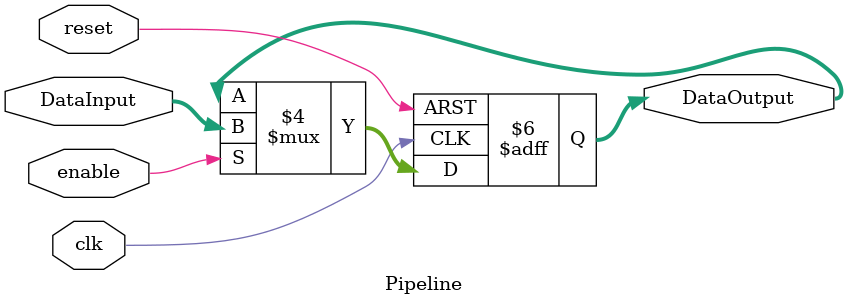
<source format=v>
module Pipeline
#(
	parameter N=32
)
(
	input clk,
	input reset,
	input enable,
	input  [N-1:0] DataInput,
	
	
	output reg [N-1:0] DataOutput
);

always@(negedge reset or negedge clk) begin
	if(reset==0)
		DataOutput <= 0;
	else	
		if(enable==1)
			DataOutput<=DataInput;
end

endmodule
</source>
